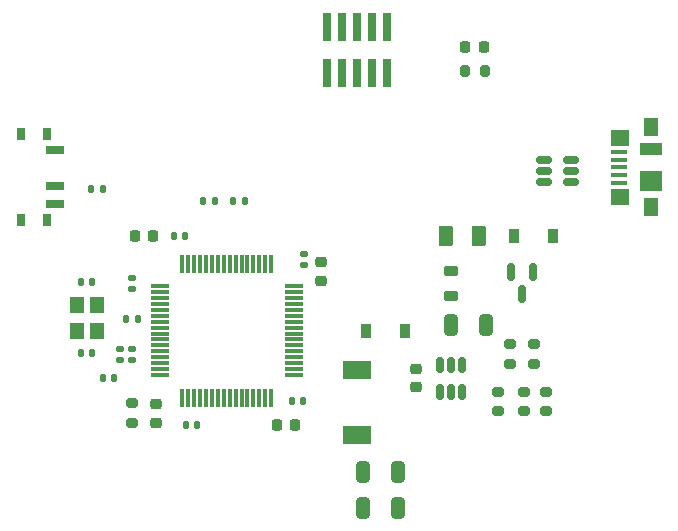
<source format=gbr>
%TF.GenerationSoftware,KiCad,Pcbnew,(6.0.1)*%
%TF.CreationDate,2022-05-20T16:10:24+03:00*%
%TF.ProjectId,STM32_based_project,53544d33-325f-4626-9173-65645f70726f,rev?*%
%TF.SameCoordinates,Original*%
%TF.FileFunction,Paste,Top*%
%TF.FilePolarity,Positive*%
%FSLAX46Y46*%
G04 Gerber Fmt 4.6, Leading zero omitted, Abs format (unit mm)*
G04 Created by KiCad (PCBNEW (6.0.1)) date 2022-05-20 16:10:24*
%MOMM*%
%LPD*%
G01*
G04 APERTURE LIST*
G04 Aperture macros list*
%AMRoundRect*
0 Rectangle with rounded corners*
0 $1 Rounding radius*
0 $2 $3 $4 $5 $6 $7 $8 $9 X,Y pos of 4 corners*
0 Add a 4 corners polygon primitive as box body*
4,1,4,$2,$3,$4,$5,$6,$7,$8,$9,$2,$3,0*
0 Add four circle primitives for the rounded corners*
1,1,$1+$1,$2,$3*
1,1,$1+$1,$4,$5*
1,1,$1+$1,$6,$7*
1,1,$1+$1,$8,$9*
0 Add four rect primitives between the rounded corners*
20,1,$1+$1,$2,$3,$4,$5,0*
20,1,$1+$1,$4,$5,$6,$7,0*
20,1,$1+$1,$6,$7,$8,$9,0*
20,1,$1+$1,$8,$9,$2,$3,0*%
G04 Aperture macros list end*
%ADD10RoundRect,0.140000X0.140000X0.170000X-0.140000X0.170000X-0.140000X-0.170000X0.140000X-0.170000X0*%
%ADD11RoundRect,0.200000X-0.275000X0.200000X-0.275000X-0.200000X0.275000X-0.200000X0.275000X0.200000X0*%
%ADD12R,0.800000X1.000000*%
%ADD13R,1.500000X0.700000*%
%ADD14RoundRect,0.218750X0.256250X-0.218750X0.256250X0.218750X-0.256250X0.218750X-0.256250X-0.218750X0*%
%ADD15RoundRect,0.218750X-0.381250X0.218750X-0.381250X-0.218750X0.381250X-0.218750X0.381250X0.218750X0*%
%ADD16RoundRect,0.140000X0.170000X-0.140000X0.170000X0.140000X-0.170000X0.140000X-0.170000X-0.140000X0*%
%ADD17RoundRect,0.135000X-0.135000X-0.185000X0.135000X-0.185000X0.135000X0.185000X-0.135000X0.185000X0*%
%ADD18RoundRect,0.135000X0.135000X0.185000X-0.135000X0.185000X-0.135000X-0.185000X0.135000X-0.185000X0*%
%ADD19RoundRect,0.150000X0.150000X-0.512500X0.150000X0.512500X-0.150000X0.512500X-0.150000X-0.512500X0*%
%ADD20RoundRect,0.200000X0.275000X-0.200000X0.275000X0.200000X-0.275000X0.200000X-0.275000X-0.200000X0*%
%ADD21RoundRect,0.218750X0.218750X0.256250X-0.218750X0.256250X-0.218750X-0.256250X0.218750X-0.256250X0*%
%ADD22RoundRect,0.225000X0.250000X-0.225000X0.250000X0.225000X-0.250000X0.225000X-0.250000X-0.225000X0*%
%ADD23R,2.400000X1.500000*%
%ADD24RoundRect,0.225000X-0.225000X-0.250000X0.225000X-0.250000X0.225000X0.250000X-0.225000X0.250000X0*%
%ADD25RoundRect,0.147500X-0.147500X-0.172500X0.147500X-0.172500X0.147500X0.172500X-0.147500X0.172500X0*%
%ADD26RoundRect,0.150000X0.512500X0.150000X-0.512500X0.150000X-0.512500X-0.150000X0.512500X-0.150000X0*%
%ADD27RoundRect,0.250000X0.375000X0.625000X-0.375000X0.625000X-0.375000X-0.625000X0.375000X-0.625000X0*%
%ADD28R,0.900000X1.200000*%
%ADD29R,0.740000X2.400000*%
%ADD30RoundRect,0.150000X-0.150000X0.587500X-0.150000X-0.587500X0.150000X-0.587500X0.150000X0.587500X0*%
%ADD31RoundRect,0.140000X-0.140000X-0.170000X0.140000X-0.170000X0.140000X0.170000X-0.140000X0.170000X0*%
%ADD32RoundRect,0.250000X0.325000X0.650000X-0.325000X0.650000X-0.325000X-0.650000X0.325000X-0.650000X0*%
%ADD33R,1.380000X0.450000*%
%ADD34R,1.900000X1.000000*%
%ADD35R,1.900000X1.800000*%
%ADD36R,1.300000X1.650000*%
%ADD37R,1.550000X1.425000*%
%ADD38RoundRect,0.200000X-0.200000X-0.275000X0.200000X-0.275000X0.200000X0.275000X-0.200000X0.275000X0*%
%ADD39RoundRect,0.225000X0.225000X0.250000X-0.225000X0.250000X-0.225000X-0.250000X0.225000X-0.250000X0*%
%ADD40R,1.200000X1.400000*%
%ADD41RoundRect,0.250000X-0.325000X-0.650000X0.325000X-0.650000X0.325000X0.650000X-0.325000X0.650000X0*%
%ADD42RoundRect,0.075000X-0.700000X-0.075000X0.700000X-0.075000X0.700000X0.075000X-0.700000X0.075000X0*%
%ADD43RoundRect,0.075000X-0.075000X-0.700000X0.075000X-0.700000X0.075000X0.700000X-0.075000X0.700000X0*%
G04 APERTURE END LIST*
D10*
%TO.C,C7*%
X95480000Y-100000000D03*
X94520000Y-100000000D03*
%TD*%
D11*
%TO.C,R9*%
X90000000Y-98175000D03*
X90000000Y-99825000D03*
%TD*%
D12*
%TO.C,SW1*%
X80570000Y-82650000D03*
X80570000Y-75350000D03*
X82780000Y-82650000D03*
X82780000Y-75350000D03*
D13*
X83430000Y-76750000D03*
X83430000Y-79750000D03*
X83430000Y-81250000D03*
%TD*%
D14*
%TO.C,D3*%
X92000000Y-99787500D03*
X92000000Y-98212500D03*
%TD*%
D15*
%TO.C,FB1*%
X117000000Y-86937500D03*
X117000000Y-89062500D03*
%TD*%
D16*
%TO.C,C11*%
X89000000Y-94480000D03*
X89000000Y-93520000D03*
%TD*%
%TO.C,C6*%
X90000000Y-88480000D03*
X90000000Y-87520000D03*
%TD*%
D17*
%TO.C,R8*%
X89490000Y-91000000D03*
X90510000Y-91000000D03*
%TD*%
D18*
%TO.C,R11*%
X97015000Y-80995000D03*
X95995000Y-80995000D03*
%TD*%
D19*
%TO.C,U1*%
X116050000Y-97200000D03*
X117000000Y-97200000D03*
X117950000Y-97200000D03*
X117950000Y-94925000D03*
X117000000Y-94925000D03*
X116050000Y-94925000D03*
%TD*%
D20*
%TO.C,R1*%
X122000000Y-94825000D03*
X122000000Y-93175000D03*
%TD*%
D21*
%TO.C,D4*%
X119787500Y-68000000D03*
X118212500Y-68000000D03*
%TD*%
D11*
%TO.C,R3*%
X121000000Y-97175000D03*
X121000000Y-98825000D03*
%TD*%
D10*
%TO.C,C16*%
X86630000Y-93900000D03*
X85670000Y-93900000D03*
%TD*%
D22*
%TO.C,C4*%
X114000000Y-96775000D03*
X114000000Y-95225000D03*
%TD*%
%TO.C,C14*%
X106000000Y-87775000D03*
X106000000Y-86225000D03*
%TD*%
D20*
%TO.C,R4*%
X123175000Y-98825000D03*
X123175000Y-97175000D03*
%TD*%
D23*
%TO.C,L1*%
X109000000Y-95312500D03*
X109000000Y-100812500D03*
%TD*%
D24*
%TO.C,C13*%
X102225000Y-100000000D03*
X103775000Y-100000000D03*
%TD*%
D25*
%TO.C,L2*%
X87515000Y-96000000D03*
X88485000Y-96000000D03*
%TD*%
D26*
%TO.C,U3*%
X127137500Y-79450000D03*
X127137500Y-78500000D03*
X127137500Y-77550000D03*
X124862500Y-77550000D03*
X124862500Y-78500000D03*
X124862500Y-79450000D03*
%TD*%
D27*
%TO.C,F1*%
X119400000Y-84000000D03*
X116600000Y-84000000D03*
%TD*%
D28*
%TO.C,D2*%
X109825000Y-92000000D03*
X113125000Y-92000000D03*
%TD*%
D29*
%TO.C,J2*%
X111540000Y-66300000D03*
X111540000Y-70200000D03*
X110270000Y-66300000D03*
X110270000Y-70200000D03*
X109000000Y-66300000D03*
X109000000Y-70200000D03*
X107730000Y-66300000D03*
X107730000Y-70200000D03*
X106460000Y-66300000D03*
X106460000Y-70200000D03*
%TD*%
D30*
%TO.C,Q1*%
X123950000Y-87062500D03*
X122050000Y-87062500D03*
X123000000Y-88937500D03*
%TD*%
D31*
%TO.C,C8*%
X103520000Y-98000000D03*
X104480000Y-98000000D03*
%TD*%
D11*
%TO.C,R2*%
X124000000Y-93175000D03*
X124000000Y-94825000D03*
%TD*%
D31*
%TO.C,C10*%
X93520000Y-84000000D03*
X94480000Y-84000000D03*
%TD*%
D28*
%TO.C,D1*%
X122350000Y-84000000D03*
X125650000Y-84000000D03*
%TD*%
D32*
%TO.C,C3*%
X112475000Y-107000000D03*
X109525000Y-107000000D03*
%TD*%
D16*
%TO.C,C12*%
X90000000Y-94480000D03*
X90000000Y-93520000D03*
%TD*%
D18*
%TO.C,R7*%
X87510000Y-80000000D03*
X86490000Y-80000000D03*
%TD*%
D33*
%TO.C,J5*%
X131240000Y-79475000D03*
X131240000Y-78825000D03*
X131240000Y-78175000D03*
X131240000Y-77525000D03*
X131240000Y-76875000D03*
D34*
X133900000Y-76625000D03*
D35*
X133900000Y-79325000D03*
D36*
X133900000Y-74800000D03*
D37*
X131325000Y-80662500D03*
X131325000Y-75687500D03*
D36*
X133900000Y-81550000D03*
%TD*%
D16*
%TO.C,C9*%
X104500000Y-86480000D03*
X104500000Y-85520000D03*
%TD*%
D32*
%TO.C,C2*%
X112475000Y-104000000D03*
X109525000Y-104000000D03*
%TD*%
D38*
%TO.C,R6*%
X118175000Y-70000000D03*
X119825000Y-70000000D03*
%TD*%
D31*
%TO.C,C15*%
X85670000Y-87900000D03*
X86630000Y-87900000D03*
%TD*%
D39*
%TO.C,C5*%
X91775000Y-84000000D03*
X90225000Y-84000000D03*
%TD*%
D17*
%TO.C,R10*%
X98495000Y-80995000D03*
X99515000Y-80995000D03*
%TD*%
D11*
%TO.C,R5*%
X125000000Y-97175000D03*
X125000000Y-98825000D03*
%TD*%
D40*
%TO.C,Y1*%
X85300000Y-89800000D03*
X85300000Y-92000000D03*
X87000000Y-92000000D03*
X87000000Y-89800000D03*
%TD*%
D41*
%TO.C,C1*%
X117025000Y-91500000D03*
X119975000Y-91500000D03*
%TD*%
D42*
%TO.C,U2*%
X92325000Y-88250000D03*
X92325000Y-88750000D03*
X92325000Y-89250000D03*
X92325000Y-89750000D03*
X92325000Y-90250000D03*
X92325000Y-90750000D03*
X92325000Y-91250000D03*
X92325000Y-91750000D03*
X92325000Y-92250000D03*
X92325000Y-92750000D03*
X92325000Y-93250000D03*
X92325000Y-93750000D03*
X92325000Y-94250000D03*
X92325000Y-94750000D03*
X92325000Y-95250000D03*
X92325000Y-95750000D03*
D43*
X94250000Y-97675000D03*
X94750000Y-97675000D03*
X95250000Y-97675000D03*
X95750000Y-97675000D03*
X96250000Y-97675000D03*
X96750000Y-97675000D03*
X97250000Y-97675000D03*
X97750000Y-97675000D03*
X98250000Y-97675000D03*
X98750000Y-97675000D03*
X99250000Y-97675000D03*
X99750000Y-97675000D03*
X100250000Y-97675000D03*
X100750000Y-97675000D03*
X101250000Y-97675000D03*
X101750000Y-97675000D03*
D42*
X103675000Y-95750000D03*
X103675000Y-95250000D03*
X103675000Y-94750000D03*
X103675000Y-94250000D03*
X103675000Y-93750000D03*
X103675000Y-93250000D03*
X103675000Y-92750000D03*
X103675000Y-92250000D03*
X103675000Y-91750000D03*
X103675000Y-91250000D03*
X103675000Y-90750000D03*
X103675000Y-90250000D03*
X103675000Y-89750000D03*
X103675000Y-89250000D03*
X103675000Y-88750000D03*
X103675000Y-88250000D03*
D43*
X101750000Y-86325000D03*
X101250000Y-86325000D03*
X100750000Y-86325000D03*
X100250000Y-86325000D03*
X99750000Y-86325000D03*
X99250000Y-86325000D03*
X98750000Y-86325000D03*
X98250000Y-86325000D03*
X97750000Y-86325000D03*
X97250000Y-86325000D03*
X96750000Y-86325000D03*
X96250000Y-86325000D03*
X95750000Y-86325000D03*
X95250000Y-86325000D03*
X94750000Y-86325000D03*
X94250000Y-86325000D03*
%TD*%
M02*

</source>
